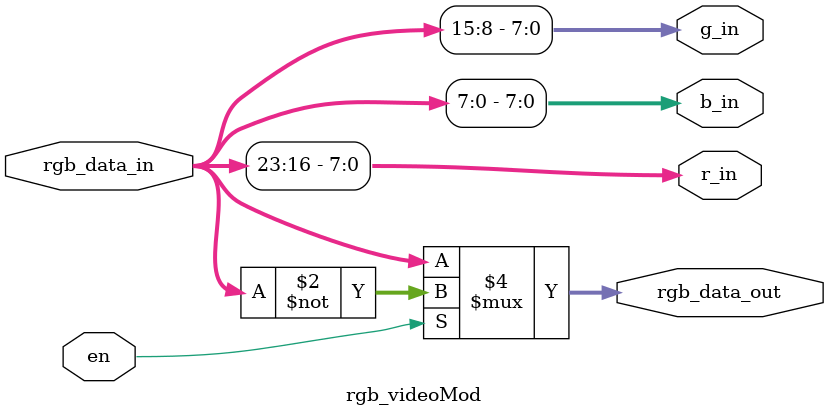
<source format=sv>
`timescale 1ns / 1ps


module rgb_videoMod(
    input [23:0] rgb_data_in,
    //input pixel_clk,
    input en,
    
    output reg [23:0] rgb_data_out,
    output [7:0] r_in,
    output [7:0] g_in,
    output[7:0] b_in
    );
    
    //internal
    assign r_in = rgb_data_in[23:16];
    assign g_in = rgb_data_in[15:8];
    assign b_in = rgb_data_in[7:0];
    
    //combinational block, use blocking assignment
    //make sure outputs have a default/else statement and are assigned
    always @(*) begin
        if (en) begin
            rgb_data_out = ~rgb_data_in;
        end else
            rgb_data_out = rgb_data_in;
    end
    
endmodule

</source>
